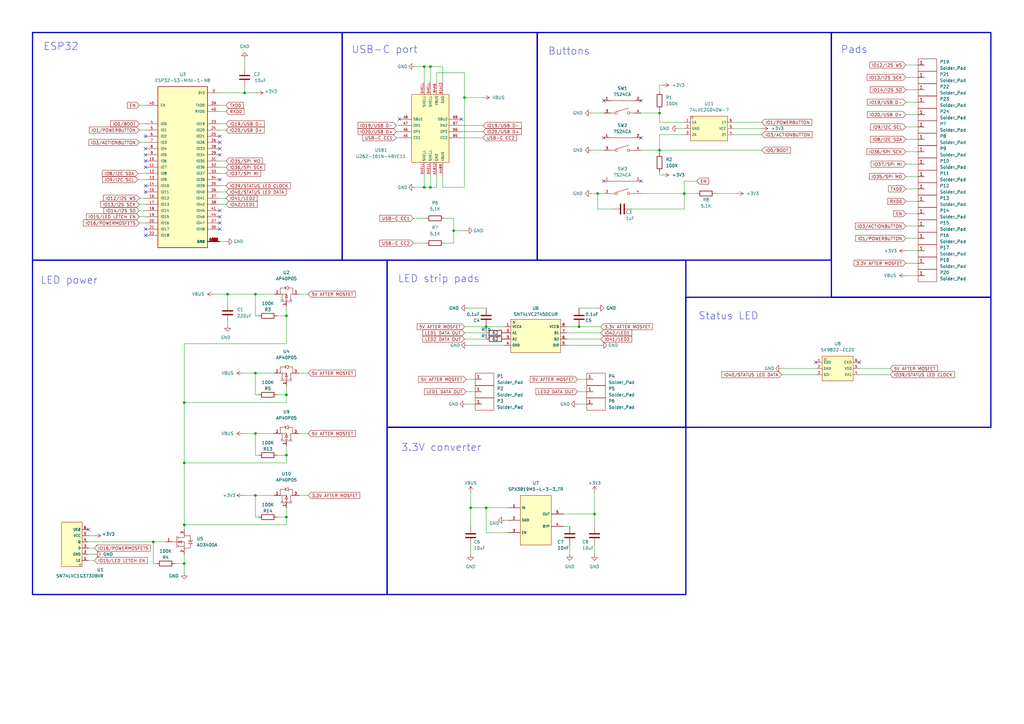
<source format=kicad_sch>
(kicad_sch (version 20230121) (generator eeschema)
  (paper "A3")
  (junction (at 93.345 120.65))
  (junction (at 75.565 231.14))
  (junction (at 104.775 177.8))
  (junction (at 237.49 133.985))
  (junction (at 104.775 203.2))
  (junction (at 173.99 76.835))
  (junction (at 75.565 189.865))
  (junction (at 117.475 129.54))
  (junction (at 193.04 208.28))
  (junction (at 173.99 27.305))
  (junction (at 199.39 133.985))
  (junction (at 280.67 79.375))
  (junction (at 75.565 215.265))
  (junction (at 117.475 212.09))
  (junction (at 243.84 210.82))
  (junction (at 176.53 27.305))
  (junction (at 117.475 186.69))
  (junction (at 176.53 76.835))
  (junction (at 75.565 165.1))
  (junction (at 270.51 46.355))
  (junction (at 245.11 79.375))
  (junction (at 117.475 161.925))
  (junction (at 104.775 120.65))
  (junction (at 270.51 61.595))
  (junction (at 100.33 38.1))
  (junction (at 62.865 222.25))
  (junction (at 190.5 40.005))
  (junction (at 199.39 208.28))
  (junction (at 104.775 153.035))
  (junction (at 186.055 94.615))
  (no_connect (at 189.23 48.895))
  (no_connect (at 247.65 56.515))
  (no_connect (at 247.65 41.275))
  (no_connect (at 90.17 86.36))
  (no_connect (at 90.17 60.96))
  (no_connect (at 36.195 217.17))
  (no_connect (at 59.69 93.98))
  (no_connect (at 262.89 56.515))
  (no_connect (at 59.69 78.74))
  (no_connect (at 90.17 58.42))
  (no_connect (at 90.17 63.5))
  (no_connect (at 334.645 148.59))
  (no_connect (at 59.69 55.88))
  (no_connect (at 262.89 41.275))
  (no_connect (at 90.17 88.9))
  (no_connect (at 59.69 76.2))
  (no_connect (at 59.69 60.96))
  (no_connect (at 59.69 96.52))
  (no_connect (at 59.69 63.5))
  (no_connect (at 59.69 68.58))
  (no_connect (at 90.17 93.98))
  (no_connect (at 352.425 148.59))
  (no_connect (at 90.17 55.88))
  (no_connect (at 90.17 73.66))
  (no_connect (at 247.65 74.295))
  (no_connect (at 59.69 66.04))
  (no_connect (at 90.17 91.44))
  (no_connect (at 262.89 74.295))
  (no_connect (at 163.83 48.895))
  (wire (pts (xy 57.15 88.9) (xy 59.69 88.9)))
  (wire (pts (xy 106.045 161.925) (xy 104.775 161.925)))
  (wire (pts (xy 237.49 126.365) (xy 245.11 126.365)))
  (wire (pts (xy 179.07 76.835) (xy 176.53 76.835)))
  (wire (pts (xy 236.855 165.735) (xy 240.665 165.735)))
  (wire (pts (xy 117.475 215.265) (xy 75.565 215.265)))
  (wire (pts (xy 90.17 68.58) (xy 92.71 68.58)))
  (wire (pts (xy 193.04 201.93) (xy 193.04 208.28)))
  (wire (pts (xy 104.775 203.2) (xy 112.395 203.2)))
  (wire (pts (xy 56.515 73.66) (xy 59.69 73.66)))
  (wire (pts (xy 243.84 223.52) (xy 243.84 227.33)))
  (wire (pts (xy 181.61 71.755) (xy 181.61 76.835)))
  (wire (pts (xy 231.14 210.82) (xy 243.84 210.82)))
  (wire (pts (xy 189.23 53.975) (xy 198.12 53.975)))
  (wire (pts (xy 232.41 141.605) (xy 246.38 141.605)))
  (wire (pts (xy 199.39 133.985) (xy 207.01 133.985)))
  (wire (pts (xy 189.23 51.435) (xy 198.12 51.435)))
  (wire (pts (xy 75.565 189.865) (xy 75.565 215.265)))
  (wire (pts (xy 245.11 79.375) (xy 247.65 79.375)))
  (wire (pts (xy 90.17 53.34) (xy 92.71 53.34)))
  (wire (pts (xy 186.055 94.615) (xy 191.135 94.615)))
  (wire (pts (xy 104.775 177.8) (xy 112.395 177.8)))
  (wire (pts (xy 90.17 76.2) (xy 92.71 76.2)))
  (wire (pts (xy 371.475 41.91) (xy 376.555 41.91)))
  (wire (pts (xy 181.61 76.835) (xy 190.5 76.835)))
  (wire (pts (xy 90.17 81.28) (xy 92.71 81.28)))
  (wire (pts (xy 75.565 215.265) (xy 75.565 217.17)))
  (wire (pts (xy 300.99 55.245) (xy 312.42 55.245)))
  (wire (pts (xy 190.5 40.005) (xy 190.5 76.835)))
  (wire (pts (xy 371.475 72.39) (xy 376.555 72.39)))
  (wire (pts (xy 104.775 129.54) (xy 104.775 120.65)))
  (wire (pts (xy 179.07 29.845) (xy 190.5 29.845)))
  (wire (pts (xy 352.425 153.67) (xy 365.125 153.67)))
  (wire (pts (xy 270.51 55.245) (xy 280.67 55.245)))
  (wire (pts (xy 99.695 153.035) (xy 104.775 153.035)))
  (wire (pts (xy 371.475 87.63) (xy 376.555 87.63)))
  (wire (pts (xy 106.045 129.54) (xy 104.775 129.54)))
  (wire (pts (xy 90.17 66.04) (xy 92.71 66.04)))
  (wire (pts (xy 371.475 57.15) (xy 376.555 57.15)))
  (wire (pts (xy 270.51 71.755) (xy 270.51 70.485)))
  (wire (pts (xy 99.695 177.8) (xy 104.775 177.8)))
  (wire (pts (xy 271.78 71.755) (xy 270.51 71.755)))
  (wire (pts (xy 186.055 89.535) (xy 186.055 94.615)))
  (wire (pts (xy 232.41 133.985) (xy 237.49 133.985)))
  (wire (pts (xy 208.28 218.44) (xy 199.39 218.44)))
  (wire (pts (xy 122.555 177.8) (xy 126.365 177.8)))
  (wire (pts (xy 90.17 71.12) (xy 92.71 71.12)))
  (wire (pts (xy 190.5 29.845) (xy 190.5 40.005)))
  (wire (pts (xy 122.555 120.65) (xy 126.365 120.65)))
  (wire (pts (xy 245.11 85.725) (xy 245.11 79.375)))
  (wire (pts (xy 243.84 201.93) (xy 243.84 210.82)))
  (wire (pts (xy 176.53 71.755) (xy 176.53 76.835)))
  (wire (pts (xy 190.5 139.065) (xy 199.39 139.065)))
  (wire (pts (xy 92.71 99.06) (xy 90.17 99.06)))
  (wire (pts (xy 57.15 43.18) (xy 59.69 43.18)))
  (wire (pts (xy 190.5 133.985) (xy 199.39 133.985)))
  (wire (pts (xy 270.51 61.595) (xy 312.42 61.595)))
  (wire (pts (xy 104.775 120.65) (xy 112.395 120.65)))
  (wire (pts (xy 38.735 227.33) (xy 36.195 227.33)))
  (wire (pts (xy 56.515 71.12) (xy 59.69 71.12)))
  (wire (pts (xy 176.53 27.305) (xy 173.99 27.305)))
  (wire (pts (xy 90.17 50.8) (xy 92.71 50.8)))
  (wire (pts (xy 100.33 24.13) (xy 100.33 27.94)))
  (wire (pts (xy 232.41 139.065) (xy 246.38 139.065)))
  (wire (pts (xy 193.04 208.28) (xy 199.39 208.28)))
  (wire (pts (xy 117.475 140.97) (xy 75.565 140.97)))
  (wire (pts (xy 181.61 33.655) (xy 181.61 27.305)))
  (wire (pts (xy 90.17 78.74) (xy 92.71 78.74)))
  (wire (pts (xy 285.75 79.375) (xy 280.67 79.375)))
  (wire (pts (xy 106.045 212.09) (xy 104.775 212.09)))
  (wire (pts (xy 231.14 215.9) (xy 233.68 215.9)))
  (wire (pts (xy 104.775 186.69) (xy 104.775 177.8)))
  (wire (pts (xy 320.675 153.67) (xy 334.645 153.67)))
  (wire (pts (xy 117.475 165.1) (xy 75.565 165.1)))
  (wire (pts (xy 371.475 31.75) (xy 376.555 31.75)))
  (wire (pts (xy 173.99 71.755) (xy 173.99 76.835)))
  (wire (pts (xy 233.68 223.52) (xy 233.68 227.33)))
  (wire (pts (xy 270.51 34.925) (xy 271.78 34.925)))
  (wire (pts (xy 122.555 153.035) (xy 126.365 153.035)))
  (wire (pts (xy 371.475 77.47) (xy 376.555 77.47)))
  (wire (pts (xy 270.51 37.465) (xy 270.51 34.925)))
  (wire (pts (xy 64.135 231.14) (xy 62.865 231.14)))
  (wire (pts (xy 191.135 165.735) (xy 194.945 165.735)))
  (wire (pts (xy 93.345 132.08) (xy 93.345 133.35)))
  (wire (pts (xy 371.475 36.83) (xy 376.555 36.83)))
  (wire (pts (xy 371.475 97.79) (xy 376.555 97.79)))
  (wire (pts (xy 236.855 160.655) (xy 240.665 160.655)))
  (wire (pts (xy 293.37 79.375) (xy 302.26 79.375)))
  (wire (pts (xy 182.245 99.695) (xy 186.055 99.695)))
  (wire (pts (xy 38.735 219.71) (xy 36.195 219.71)))
  (wire (pts (xy 262.89 61.595) (xy 270.51 61.595)))
  (wire (pts (xy 113.665 161.925) (xy 117.475 161.925)))
  (wire (pts (xy 181.61 27.305) (xy 176.53 27.305)))
  (wire (pts (xy 117.475 208.28) (xy 117.475 212.09)))
  (wire (pts (xy 117.475 186.69) (xy 117.475 189.865)))
  (wire (pts (xy 179.07 33.655) (xy 179.07 29.845)))
  (wire (pts (xy 57.15 81.28) (xy 59.69 81.28)))
  (wire (pts (xy 57.15 53.34) (xy 59.69 53.34)))
  (wire (pts (xy 182.245 89.535) (xy 186.055 89.535)))
  (wire (pts (xy 93.345 120.65) (xy 104.775 120.65)))
  (wire (pts (xy 262.89 79.375) (xy 280.67 79.375)))
  (wire (pts (xy 371.475 82.55) (xy 376.555 82.55)))
  (wire (pts (xy 190.5 40.005) (xy 198.12 40.005)))
  (wire (pts (xy 57.15 83.82) (xy 59.69 83.82)))
  (wire (pts (xy 92.71 45.72) (xy 90.17 45.72)))
  (wire (pts (xy 117.475 129.54) (xy 117.475 140.97)))
  (wire (pts (xy 371.475 62.23) (xy 376.555 62.23)))
  (wire (pts (xy 57.15 91.44) (xy 59.69 91.44)))
  (wire (pts (xy 38.735 229.87) (xy 36.195 229.87)))
  (wire (pts (xy 176.53 76.835) (xy 173.99 76.835)))
  (wire (pts (xy 99.695 203.2) (xy 104.775 203.2)))
  (wire (pts (xy 173.99 76.835) (xy 170.18 76.835)))
  (wire (pts (xy 300.99 52.705) (xy 312.42 52.705)))
  (wire (pts (xy 251.46 85.725) (xy 245.11 85.725)))
  (wire (pts (xy 170.18 27.305) (xy 173.99 27.305)))
  (wire (pts (xy 199.39 218.44) (xy 199.39 208.28)))
  (wire (pts (xy 280.67 79.375) (xy 280.67 74.295)))
  (wire (pts (xy 371.475 102.87) (xy 376.555 102.87)))
  (wire (pts (xy 100.33 35.56) (xy 100.33 38.1)))
  (wire (pts (xy 162.56 53.975) (xy 163.83 53.975)))
  (wire (pts (xy 169.545 99.695) (xy 174.625 99.695)))
  (wire (pts (xy 270.51 46.355) (xy 270.51 50.165)))
  (wire (pts (xy 75.565 165.1) (xy 75.565 189.865)))
  (wire (pts (xy 232.41 136.525) (xy 246.38 136.525)))
  (wire (pts (xy 169.545 89.535) (xy 174.625 89.535)))
  (wire (pts (xy 105.41 38.1) (xy 100.33 38.1)))
  (wire (pts (xy 75.565 227.33) (xy 75.565 231.14)))
  (wire (pts (xy 236.855 155.575) (xy 240.665 155.575)))
  (wire (pts (xy 199.39 208.28) (xy 208.28 208.28)))
  (wire (pts (xy 300.99 50.165) (xy 312.42 50.165)))
  (wire (pts (xy 104.775 161.925) (xy 104.775 153.035)))
  (wire (pts (xy 280.67 74.295) (xy 285.75 74.295)))
  (wire (pts (xy 117.475 125.73) (xy 117.475 129.54)))
  (wire (pts (xy 117.475 161.925) (xy 117.475 165.1)))
  (wire (pts (xy 199.39 126.365) (xy 191.77 126.365)))
  (wire (pts (xy 62.865 222.25) (xy 67.945 222.25)))
  (wire (pts (xy 75.565 140.97) (xy 75.565 165.1)))
  (wire (pts (xy 90.17 83.82) (xy 92.71 83.82)))
  (wire (pts (xy 87.63 120.65) (xy 93.345 120.65)))
  (wire (pts (xy 36.195 222.25) (xy 62.865 222.25)))
  (wire (pts (xy 163.83 56.515) (xy 162.56 56.515)))
  (wire (pts (xy 270.51 61.595) (xy 270.51 55.245)))
  (wire (pts (xy 371.475 46.99) (xy 376.555 46.99)))
  (wire (pts (xy 113.665 129.54) (xy 117.475 129.54)))
  (wire (pts (xy 57.15 58.42) (xy 59.69 58.42)))
  (wire (pts (xy 62.865 231.14) (xy 62.865 222.25)))
  (wire (pts (xy 371.475 113.03) (xy 376.555 113.03)))
  (wire (pts (xy 259.08 85.725) (xy 280.67 85.725)))
  (wire (pts (xy 57.15 86.36) (xy 59.69 86.36)))
  (wire (pts (xy 242.57 61.595) (xy 247.65 61.595)))
  (wire (pts (xy 113.665 212.09) (xy 117.475 212.09)))
  (wire (pts (xy 75.565 231.14) (xy 75.565 234.95)))
  (wire (pts (xy 191.77 141.605) (xy 207.01 141.605)))
  (wire (pts (xy 242.57 79.375) (xy 245.11 79.375)))
  (wire (pts (xy 113.665 186.69) (xy 117.475 186.69)))
  (wire (pts (xy 371.475 107.95) (xy 376.555 107.95)))
  (wire (pts (xy 176.53 33.655) (xy 176.53 27.305)))
  (wire (pts (xy 106.045 186.69) (xy 104.775 186.69)))
  (wire (pts (xy 189.23 56.515) (xy 198.12 56.515)))
  (wire (pts (xy 243.84 210.82) (xy 243.84 215.9)))
  (wire (pts (xy 191.135 155.575) (xy 194.945 155.575)))
  (wire (pts (xy 262.89 46.355) (xy 270.51 46.355)))
  (wire (pts (xy 38.735 224.79) (xy 36.195 224.79)))
  (wire (pts (xy 371.475 52.07) (xy 376.555 52.07)))
  (wire (pts (xy 207.01 213.36) (xy 208.28 213.36)))
  (wire (pts (xy 280.67 79.375) (xy 280.67 85.725)))
  (wire (pts (xy 93.345 120.65) (xy 93.345 124.46)))
  (wire (pts (xy 190.5 136.525) (xy 199.39 136.525)))
  (wire (pts (xy 270.51 50.165) (xy 280.67 50.165)))
  (wire (pts (xy 371.475 67.31) (xy 376.555 67.31)))
  (wire (pts (xy 270.51 61.595) (xy 270.51 62.865)))
  (wire (pts (xy 191.135 160.655) (xy 194.945 160.655)))
  (wire (pts (xy 117.475 212.09) (xy 117.475 215.265)))
  (wire (pts (xy 57.15 50.8) (xy 59.69 50.8)))
  (wire (pts (xy 186.055 94.615) (xy 186.055 99.695)))
  (wire (pts (xy 352.425 151.13) (xy 365.125 151.13)))
  (wire (pts (xy 117.475 189.865) (xy 75.565 189.865)))
  (wire (pts (xy 179.07 71.755) (xy 179.07 76.835)))
  (wire (pts (xy 71.755 231.14) (xy 75.565 231.14)))
  (wire (pts (xy 162.56 51.435) (xy 163.83 51.435)))
  (wire (pts (xy 117.475 182.88) (xy 117.475 186.69)))
  (wire (pts (xy 237.49 133.985) (xy 246.38 133.985)))
  (wire (pts (xy 92.71 43.18) (xy 90.17 43.18)))
  (wire (pts (xy 193.04 215.9) (xy 193.04 208.28)))
  (wire (pts (xy 104.775 212.09) (xy 104.775 203.2)))
  (wire (pts (xy 122.555 203.2) (xy 126.365 203.2)))
  (wire (pts (xy 371.475 92.71) (xy 376.555 92.71)))
  (wire (pts (xy 278.13 52.705) (xy 280.67 52.705)))
  (wire (pts (xy 90.17 38.1) (xy 100.33 38.1)))
  (wire (pts (xy 117.475 158.115) (xy 117.475 161.925)))
  (wire (pts (xy 270.51 45.085) (xy 270.51 46.355)))
  (wire (pts (xy 242.57 46.355) (xy 247.65 46.355)))
  (wire (pts (xy 320.675 151.13) (xy 334.645 151.13)))
  (wire (pts (xy 173.99 27.305) (xy 173.99 33.655)))
  (wire (pts (xy 104.775 153.035) (xy 112.395 153.035)))
  (wire (pts (xy 371.475 26.67) (xy 376.555 26.67)))
  (wire (pts (xy 193.04 223.52) (xy 193.04 227.33)))
  (rectangle (start 13.335 13.335) (end 140.335 106.68) (stroke (width 0.5)))
  (rectangle (start 158.75 106.68) (end 281.305 175.26) (stroke (width 0.5)))
  (rectangle (start 13.335 106.68) (end 158.75 243.84) (stroke (width 0.5)))
  (rectangle (start 340.995 13.335) (end 406.4 121.92) (stroke (width 0.5)))
  (rectangle (start 140.335 13.335) (end 220.345 106.68) (stroke (width 0.5)))
  (rectangle (start 158.75 175.26) (end 281.305 243.84) (stroke (width 0.5)))
  (rectangle (start 281.305 121.92) (end 406.4 175.26) (stroke (width 0.5)))
  (rectangle (start 220.345 13.335) (end 340.995 106.68) (stroke (width 0.5)))
  (text "Pads" (at 344.805 22.225 0) (effects (font (size 3 3)) (justify left bottom)))
  (text "LED strip pads" (at 163.195 116.205 0) (effects (font (size 3 3)) (justify left bottom)))
  (text "Buttons" (at 224.79 22.86 0) (effects (font (size 3 3)) (justify left bottom)))
  (text "3.3V converter" (at 164.465 185.42 0) (effects (font (size 3 3)) (justify left bottom)))
  (text "Status LED" (at 286.385 131.445 0) (effects (font (size 3 3)) (justify left bottom)))
  (text "ESP32" (at 17.78 20.955 0) (effects (font (size 3 3)) (justify left bottom)))
  (text "LED power" (at 16.51 116.84 0) (effects (font (size 3 3)) (justify left bottom)))
  (text "USB-C port" (at 144.145 22.225 0) (effects (font (size 3 3)) (justify left bottom)))
  (global_label "5V AFTER MOSFET" (shape input) (at 236.855 155.575 180) (property "Intersheetrefs" "${INTERSHEET_REFS}" (effects hide)))
  (global_label "IO37{slash}SPI MI" (shape input) (at 371.475 67.31 180) (property "Intersheetrefs" "${INTERSHEET_REFS}" (effects hide)))
  (global_label "IO35{slash}SPI MO" (shape input) (at 92.71 66.04 0) (property "Intersheetrefs" "${INTERSHEET_REFS}" (effects hide)))
  (global_label "IO15{slash}LED LETCH EN" (shape input) (at 38.735 229.87 0) (property "Intersheetrefs" "${INTERSHEET_REFS}" (effects hide)))
  (global_label "IO36{slash}SPI SCK" (shape input) (at 371.475 62.23 180) (property "Intersheetrefs" "${INTERSHEET_REFS}" (effects hide)))
  (global_label "IO14{slash}I2S SD" (shape input) (at 57.15 86.36 180) (property "Intersheetrefs" "${INTERSHEET_REFS}" (effects hide)))
  (global_label "IO36{slash}SPI SCK" (shape input) (at 92.71 68.58 0) (property "Intersheetrefs" "${INTERSHEET_REFS}" (effects hide)))
  (global_label "TXD0" (shape input) (at 92.71 43.18 0) (property "Intersheetrefs" "${INTERSHEET_REFS}" (effects hide)))
  (global_label "IO13{slash}I2S SCK" (shape input) (at 57.15 83.82 180) (property "Intersheetrefs" "${INTERSHEET_REFS}" (effects hide)))
  (global_label "IO1{slash}POWERBUTTON" (shape input) (at 371.475 97.79 180) (property "Intersheetrefs" "${INTERSHEET_REFS}" (effects hide)))
  (global_label "EN" (shape input) (at 57.15 43.18 180) (property "Intersheetrefs" "${INTERSHEET_REFS}" (effects hide)))
  (global_label "IO12{slash}I2S WS" (shape input) (at 371.475 26.67 180) (property "Intersheetrefs" "${INTERSHEET_REFS}" (effects hide)))
  (global_label "IO1{slash}POWERBUTTON" (shape input) (at 57.15 53.34 180) (property "Intersheetrefs" "${INTERSHEET_REFS}" (effects hide)))
  (global_label "IO40{slash}STATUS LED DATA" (shape input) (at 320.675 153.67 180) (property "Intersheetrefs" "${INTERSHEET_REFS}" (effects hide)))
  (global_label "IO3{slash}ACTIONBUTTON" (shape input) (at 371.475 92.71 180) (property "Intersheetrefs" "${INTERSHEET_REFS}" (effects hide)))
  (global_label "USB-C CC1" (shape input) (at 169.545 89.535 180) (property "Intersheetrefs" "${INTERSHEET_REFS}" (effects hide)))
  (global_label "IO8{slash}I2C SDA" (shape input) (at 371.475 57.15 180) (property "Intersheetrefs" "${INTERSHEET_REFS}" (effects hide)))
  (global_label "IO41{slash}LED2" (shape input) (at 92.71 81.28 0) (property "Intersheetrefs" "${INTERSHEET_REFS}" (effects hide)))
  (global_label "IO20{slash}USB D+" (shape input) (at 198.12 53.975 0) (property "Intersheetrefs" "${INTERSHEET_REFS}" (effects hide)))
  (global_label "IO3{slash}ACTIONBUTTON" (shape input) (at 312.42 55.245 0) (property "Intersheetrefs" "${INTERSHEET_REFS}" (effects hide)))
  (global_label "EN" (shape input) (at 285.75 74.295 0) (property "Intersheetrefs" "${INTERSHEET_REFS}" (effects hide)))
  (global_label "TXD0" (shape input) (at 371.475 77.47 180) (property "Intersheetrefs" "${INTERSHEET_REFS}" (effects hide)))
  (global_label "IO9{slash}I2C SCL" (shape input) (at 371.475 52.07 180) (property "Intersheetrefs" "${INTERSHEET_REFS}" (effects hide)))
  (global_label "LED2 DATA OUT" (shape input) (at 190.5 139.065 180) (property "Intersheetrefs" "${INTERSHEET_REFS}" (effects hide)))
  (global_label "IO19{slash}USB D-" (shape input) (at 92.71 50.8 0) (property "Intersheetrefs" "${INTERSHEET_REFS}" (effects hide)))
  (global_label "IO12{slash}I2S WS" (shape input) (at 57.15 81.28 180) (property "Intersheetrefs" "${INTERSHEET_REFS}" (effects hide)))
  (global_label "EN" (shape input) (at 371.475 87.63 180) (property "Intersheetrefs" "${INTERSHEET_REFS}" (effects hide)))
  (global_label "IO13{slash}I2S SCK" (shape input) (at 371.475 31.75 180) (property "Intersheetrefs" "${INTERSHEET_REFS}" (effects hide)))
  (global_label "IO1{slash}POWERBUTTON" (shape input) (at 312.42 50.165 0) (property "Intersheetrefs" "${INTERSHEET_REFS}" (effects hide)))
  (global_label "IO42{slash}LED1" (shape input) (at 246.38 136.525 0) (property "Intersheetrefs" "${INTERSHEET_REFS}" (effects hide)))
  (global_label "5V AFTER MOSFET" (shape input) (at 191.135 155.575 180) (property "Intersheetrefs" "${INTERSHEET_REFS}" (effects hide)))
  (global_label "USB-C CC2" (shape input) (at 198.12 56.515 0) (property "Intersheetrefs" "${INTERSHEET_REFS}" (effects hide)))
  (global_label "USB-C CC1" (shape input) (at 162.56 56.515 180) (property "Intersheetrefs" "${INTERSHEET_REFS}" (effects hide)))
  (global_label "IO14{slash}I2S SD" (shape input) (at 371.475 36.83 180) (property "Intersheetrefs" "${INTERSHEET_REFS}" (effects hide)))
  (global_label "IO39{slash}STATUS LED CLOCK" (shape input) (at 92.71 76.2 0) (property "Intersheetrefs" "${INTERSHEET_REFS}" (effects hide)))
  (global_label "IO8{slash}I2C SDA" (shape input) (at 56.515 71.12 180) (property "Intersheetrefs" "${INTERSHEET_REFS}" (effects hide)))
  (global_label "5V AFTER MOSFET" (shape input) (at 365.125 151.13 0) (property "Intersheetrefs" "${INTERSHEET_REFS}" (effects hide)))
  (global_label "IO41{slash}LED2" (shape input) (at 246.38 139.065 0) (property "Intersheetrefs" "${INTERSHEET_REFS}" (effects hide)))
  (global_label "5V AFTER MOSFET" (shape input) (at 126.365 153.035 0) (property "Intersheetrefs" "${INTERSHEET_REFS}" (effects hide)))
  (global_label "5V AFTER MOSFET" (shape input) (at 126.365 120.65 0) (property "Intersheetrefs" "${INTERSHEET_REFS}" (effects hide)))
  (global_label "IO19{slash}USB D-" (shape input) (at 162.56 51.435 180) (property "Intersheetrefs" "${INTERSHEET_REFS}" (effects hide)))
  (global_label "3.3V AFTER MOSFET" (shape input) (at 126.365 203.2 0) (property "Intersheetrefs" "${INTERSHEET_REFS}" (effects hide)))
  (global_label "IO20{slash}USB D+" (shape input) (at 92.71 53.34 0) (property "Intersheetrefs" "${INTERSHEET_REFS}" (effects hide)))
  (global_label "USB-C CC2" (shape input) (at 169.545 99.695 180) (property "Intersheetrefs" "${INTERSHEET_REFS}" (effects hide)))
  (global_label "IO42{slash}LED1" (shape input) (at 92.71 83.82 0) (property "Intersheetrefs" "${INTERSHEET_REFS}" (effects hide)))
  (global_label "IO19{slash}USB D-" (shape input) (at 198.12 51.435 0) (property "Intersheetrefs" "${INTERSHEET_REFS}" (effects hide)))
  (global_label "RXD0" (shape input) (at 92.71 45.72 0) (property "Intersheetrefs" "${INTERSHEET_REFS}" (effects hide)))
  (global_label "IO37{slash}SPI MI" (shape input) (at 92.71 71.12 0) (property "Intersheetrefs" "${INTERSHEET_REFS}" (effects hide)))
  (global_label "IO35{slash}SPI MO" (shape input) (at 371.475 72.39 180) (property "Intersheetrefs" "${INTERSHEET_REFS}" (effects hide)))
  (global_label "3.3V AFTER MOSFET" (shape input) (at 246.38 133.985 0) (property "Intersheetrefs" "${INTERSHEET_REFS}" (effects hide)))
  (global_label "LED2 DATA OUT" (shape input) (at 236.855 160.655 180) (property "Intersheetrefs" "${INTERSHEET_REFS}" (effects hide)))
  (global_label "3.3V AFTER MOSFET" (shape input) (at 371.475 107.95 180) (property "Intersheetrefs" "${INTERSHEET_REFS}" (effects hide)))
  (global_label "5V AFTER MOSFET" (shape input) (at 190.5 133.985 180) (property "Intersheetrefs" "${INTERSHEET_REFS}" (effects hide)))
  (global_label "5V AFTER MOSFET" (shape input) (at 126.365 177.8 0) (property "Intersheetrefs" "${INTERSHEET_REFS}" (effects hide)))
  (global_label "LED1 DATA OUT" (shape input) (at 190.5 136.525 180) (property "Intersheetrefs" "${INTERSHEET_REFS}" (effects hide)))
  (global_label "IO16{slash}POWERMOSFETS" (shape input) (at 38.735 224.79 0) (property "Intersheetrefs" "${INTERSHEET_REFS}" (effects hide)))
  (global_label "IO9{slash}I2C SCL" (shape input) (at 56.515 73.66 180) (property "Intersheetrefs" "${INTERSHEET_REFS}" (effects hide)))
  (global_label "IO0{slash}BOOT" (shape input) (at 312.42 61.595 0) (property "Intersheetrefs" "${INTERSHEET_REFS}" (effects hide)))
  (global_label "IO39{slash}STATUS LED CLOCK" (shape input) (at 365.125 153.67 0) (property "Intersheetrefs" "${INTERSHEET_REFS}" (effects hide)))
  (global_label "IO19{slash}USB D-" (shape input) (at 371.475 41.91 180) (property "Intersheetrefs" "${INTERSHEET_REFS}" (effects hide)))
  (global_label "IO0{slash}BOOT" (shape input) (at 57.15 50.8 180) (property "Intersheetrefs" "${INTERSHEET_REFS}" (effects hide)))
  (global_label "RXD0" (shape input) (at 371.475 82.55 180) (property "Intersheetrefs" "${INTERSHEET_REFS}" (effects hide)))
  (global_label "IO3{slash}ACTIONBUTTON" (shape input) (at 57.15 58.42 180) (property "Intersheetrefs" "${INTERSHEET_REFS}" (effects hide)))
  (global_label "IO40{slash}STATUS LED DATA" (shape input) (at 92.71 78.74 0) (property "Intersheetrefs" "${INTERSHEET_REFS}" (effects hide)))
  (global_label "IO20{slash}USB D+" (shape input) (at 371.475 46.99 180) (property "Intersheetrefs" "${INTERSHEET_REFS}" (effects hide)))
  (global_label "IO15{slash}LED LETCH EN" (shape input) (at 57.15 88.9 180) (property "Intersheetrefs" "${INTERSHEET_REFS}" (effects hide)))
  (global_label "IO20{slash}USB D+" (shape input) (at 162.56 53.975 180) (property "Intersheetrefs" "${INTERSHEET_REFS}" (effects hide)))
  (global_label "LED1 DATA OUT" (shape input) (at 191.135 160.655 180) (property "Intersheetrefs" "${INTERSHEET_REFS}" (effects hide)))
  (global_label "IO16{slash}POWERMOSFETS" (shape input) (at 57.15 91.44 180) (property "Intersheetrefs" "${INTERSHEET_REFS}" (effects hide)))
  (symbol (lib_id "MyParts:Solder_Pad") (at 376.555 31.75 0) (unit 1)
    (property "Reference" "P21" (at 385.445 30.4799 0) (effects (justify left)))
    (property "Value" "Solder_Pad" (at 385.445 33.0199 0) (effects (justify left)))
    (property "Footprint" "footprint:Solder pad" (effects hide))
  )
  (symbol (lib_id "MyParts:AP40P05") (at 118.745 177.8 270) (mirror x) (unit 1)
    (property "Reference" "U9" (at 117.475 168.91 90))
    (property "Value" "AP40P05" (at 117.475 171.45 90))
    (property "Footprint" "footprint:SOT-23-3_L2.9-W1.3-P1.90-LS2.4-BR" (effects hide))
    (property "Datasheet" "https://www.diodes.com/assets/Package-Files/SOT23.pdf" (effects hide))
    (property "LCSC #" "C2886385" (effects hide))
  )
  (symbol (lib_id "MyParts:Solder_Pad") (at 376.555 87.63 0) (unit 1)
    (property "Reference" "P14" (at 385.445 86.3599 0) (effects (justify left)))
    (property "Value" "Solder_Pad" (at 385.445 88.8999 0) (effects (justify left)))
    (property "Footprint" "footprint:Solder pad" (effects hide))
  )
  (symbol (lib_name "TS24CA_1") (lib_id "MyParts:TS24CA") (at 255.27 64.135 0) (unit 1)
    (property "Reference" "SW3" (at 255.27 69.215 0))
    (property "Value" "TS24CA" (at 255.27 71.755 0))
    (property "Footprint" "footprint:SW-SMD_TS24CA" (effects hide))
    (property "Datasheet" "https://item.szlcsc.com/372554.html" (effects hide))
    (property "LCSC" "C393942" (effects hide))
  )
  (symbol (lib_id "MyParts:Solder_Pad") (at 194.945 165.735 0) (unit 1)
    (property "Reference" "P3" (at 203.835 164.4649 0) (effects (justify left)))
    (property "Value" "Solder_Pad" (at 203.835 167.0049 0) (effects (justify left)))
    (property "Footprint" "footprint:Solder pad" (effects hide))
  )
  (symbol (lib_id "power:GND") (at 92.71 99.06 90) (unit 1)
    (property "Reference" "#PWR0104" (effects hide))
    (property "Value" "GND" (at 97.79 99.06 90))
  )
  (symbol (lib_id "MyParts:Solder_Pad") (at 376.555 67.31 0) (unit 1)
    (property "Reference" "P10" (at 385.445 66.0399 0) (effects (justify left)))
    (property "Value" "Solder_Pad" (at 385.445 68.5799 0) (effects (justify left)))
    (property "Footprint" "footprint:Solder pad" (effects hide))
  )
  (symbol (lib_id "power:GND") (at 191.135 94.615 90) (unit 1)
    (property "Reference" "#PWR0117" (effects hide))
    (property "Value" "GND" (at 196.215 94.615 90))
  )
  (symbol (lib_id "MyParts:U262-161N-4BVC11") (at 176.53 53.975 90) (unit 1)
    (property "Reference" "USB1" (at 156.21 61.595 90))
    (property "Value" "U262-161N-4BVC11" (at 156.21 64.135 90))
    (property "Footprint" "footprint:USB-3.1-SMD_U262-161N-4BVC11" (effects hide))
    (property "LCSC #" "C319148" (effects hide))
  )
  (symbol (lib_id "power:GND") (at 207.01 213.36 270) (unit 1)
    (property "Reference" "#PWR0134" (effects hide))
    (property "Value" "GND" (at 200.66 214.63 90) (effects (justify left)))
  )
  (symbol (lib_id "power:GND") (at 242.57 46.355 270) (mirror x) (unit 1)
    (property "Reference" "#PWR03" (effects hide))
    (property "Value" "GND" (at 234.95 46.355 90) (effects (justify left)))
  )
  (symbol (lib_id "Device:10uF 0603") (at 233.68 219.71 180) (unit 1)
    (property "Reference" "C7" (at 228.6 222.25 0) (effects (justify right)))
    (property "Value" "10nF" (at 228.6 224.79 0) (effects (justify right)))
    (property "Footprint" "Capacitor_SMD:C_0402_1005Metric" (effects hide))
    (property "LCSC #" "C15195" (effects hide))
  )
  (symbol (lib_id "MyParts:Solder_Pad") (at 376.555 41.91 0) (unit 1)
    (property "Reference" "P23" (at 385.445 40.6399 0) (effects (justify left)))
    (property "Value" "Solder_Pad" (at 385.445 43.1799 0) (effects (justify left)))
    (property "Footprint" "footprint:Solder pad" (effects hide))
  )
  (symbol (lib_id "MyParts:Solder_Pad") (at 376.555 107.95 0) (unit 1)
    (property "Reference" "P18" (at 385.445 106.6799 0) (effects (justify left)))
    (property "Value" "Solder_Pad" (at 385.445 109.2199 0) (effects (justify left)))
    (property "Footprint" "footprint:Solder pad" (effects hide))
  )
  (symbol (lib_id "power:GND") (at 93.345 133.35 0) (mirror y) (unit 1)
    (property "Reference" "#PWR0107" (effects hide))
    (property "Value" "GND" (at 94.615 138.43 0) (effects (justify left)))
  )
  (symbol (lib_id "power:GND") (at 243.84 227.33 0) (unit 1)
    (property "Reference" "#PWR0128" (effects hide))
    (property "Value" "GND" (at 243.84 232.41 0))
  )
  (symbol (lib_id "Device:C") (at 93.345 128.27 0) (unit 1)
    (property "Reference" "C1" (at 97.155 126.9999 0) (effects (justify left)))
    (property "Value" "220uF" (at 97.155 129.5399 0) (effects (justify left)))
    (property "Footprint" "Capacitor_SMD:C_1206_3216Metric" (effects hide))
    (property "LCSC #" "C412252" (effects hide))
  )
  (symbol (lib_id "power:GND") (at 170.18 76.835 270) (unit 1)
    (property "Reference" "#PWR0101" (effects hide))
    (property "Value" "GND" (at 165.1 76.835 90))
  )
  (symbol (lib_id "power:+3.3V") (at 312.42 52.705 270) (unit 1)
    (property "Reference" "#PWR010" (effects hide))
    (property "Value" "+3.3V" (at 316.23 52.7049 90) (effects (justify left)))
  )
  (symbol (lib_id "MyParts:Solder_Pad") (at 376.555 77.47 0) (unit 1)
    (property "Reference" "P12" (at 385.445 76.1999 0) (effects (justify left)))
    (property "Value" "Solder_Pad" (at 385.445 78.7399 0) (effects (justify left)))
    (property "Footprint" "footprint:Solder pad" (effects hide))
  )
  (symbol (lib_id "Device:R") (at 203.2 136.525 270) (unit 1)
    (property "Reference" "R10" (at 199.39 135.255 90))
    (property "Value" "62" (at 203.2 136.525 90))
    (property "Footprint" "Resistor_SMD:R_0402_1005Metric" (effects hide))
    (property "LCSC #" "C4962" (effects hide))
  )
  (symbol (lib_id "MyParts:Solder_Pad") (at 376.555 92.71 0) (unit 1)
    (property "Reference" "P15" (at 385.445 91.4399 0) (effects (justify left)))
    (property "Value" "Solder_Pad" (at 385.445 93.9799 0) (effects (justify left)))
    (property "Footprint" "footprint:Solder pad" (effects hide))
  )
  (symbol (lib_id "MyParts:Solder_Pad") (at 376.555 26.67 0) (unit 1)
    (property "Reference" "P19" (at 385.445 25.3999 0) (effects (justify left)))
    (property "Value" "Solder_Pad" (at 385.445 27.9399 0) (effects (justify left)))
    (property "Footprint" "footprint:Solder pad" (effects hide))
  )
  (symbol (lib_id "power:VBUS") (at 99.695 153.035 90) (unit 1)
    (property "Reference" "#PWR013" (effects hide))
    (property "Value" "VBUS" (at 95.885 153.0349 90) (effects (justify left)))
  )
  (symbol (lib_id "power:VBUS") (at 371.475 113.03 90) (unit 1)
    (property "Reference" "#PWR015" (effects hide))
    (property "Value" "VBUS" (at 367.665 113.0299 90) (effects (justify left)))
  )
  (symbol (lib_id "MyParts:SN74LVC2T45DCUR") (at 219.71 118.745 0) (unit 1)
    (property "Reference" "U6" (at 219.71 126.365 0))
    (property "Value" "SN74LVC2T45DCUR" (at 219.71 128.905 0))
    (property "Footprint" "footprint:VSSOP-8_L2.4-W2.1-P0.50-LS3.2-BR" (effects hide))
    (property "Datasheet" "https://item.szlcsc.com/61761.html" (effects hide))
    (property "LCSC #" "C15741" (effects hide))
  )
  (symbol (lib_id "Device:10uF 0603") (at 193.04 219.71 180) (unit 1)
    (property "Reference" "C6" (at 194.31 222.25 0) (effects (justify right)))
    (property "Value" "10uF" (at 194.31 224.79 0) (effects (justify right)))
    (property "Footprint" "Capacitor_SMD:C_0603_1608Metric" (effects hide))
    (property "LCSC #" "C96446" (effects hide))
  )
  (symbol (lib_id "Device:10K 0603") (at 67.945 231.14 270) (unit 1)
    (property "Reference" "R4" (at 67.945 228.6 90))
    (property "Value" "100K" (at 67.945 226.06 90))
    (property "Footprint" "Resistor_SMD:R_0402_1005Metric" (effects hide))
    (property "LCSC #" "C25741" (effects hide))
  )
  (symbol (lib_id "power:GND") (at 242.57 79.375 270) (mirror x) (unit 1)
    (property "Reference" "#PWR05" (effects hide))
    (property "Value" "GND" (at 234.95 79.375 90) (effects (justify left)))
  )
  (symbol (lib_id "MyParts:Solder_Pad") (at 194.945 160.655 0) (unit 1)
    (property "Reference" "P2" (at 203.835 159.3849 0) (effects (justify left)))
    (property "Value" "Solder_Pad" (at 203.835 161.9249 0) (effects (justify left)))
    (property "Footprint" "footprint:Solder pad" (effects hide))
  )
  (symbol (lib_id "power:GND") (at 236.855 165.735 270) (mirror x) (unit 1)
    (property "Reference" "#PWR01" (effects hide))
    (property "Value" "GND" (at 231.775 165.735 90))
  )
  (symbol (lib_id "MyParts:AP40P05") (at 118.745 153.035 270) (mirror x) (unit 1)
    (property "Reference" "U4" (at 117.475 144.145 90))
    (property "Value" "AP40P05" (at 117.475 146.685 90))
    (property "Footprint" "footprint:SOT-23-3_L2.9-W1.3-P1.90-LS2.4-BR" (effects hide))
    (property "Datasheet" "https://www.diodes.com/assets/Package-Files/SOT23.pdf" (effects hide))
    (property "LCSC #" "C2886385" (effects hide))
  )
  (symbol (lib_id "MyParts:ESP32-S3-MINI-1-N8") (at 74.93 68.58 0) (unit 1)
    (property "Reference" "U3" (at 74.93 30.48 0))
    (property "Value" "ESP32-S3-MINI-1-N8" (at 74.93 33.02 0))
    (property "Footprint" "footprint:ESP32-S3-MINI-1-N8" (effects hide))
    (property "LCSC#" "C2913206" (effects hide))
  )
  (symbol (lib_id "Device:10K 0603") (at 109.855 161.925 270) (unit 1)
    (property "Reference" "R5" (at 109.855 159.385 90))
    (property "Value" "100K" (at 109.855 156.845 90))
    (property "Footprint" "Resistor_SMD:R_0402_1005Metric" (effects hide))
    (property "LCSC #" "C25741" (effects hide))
  )
  (symbol (lib_id "MyParts:74LVC2G04DW-7") (at 290.83 40.005 0) (unit 1)
    (property "Reference" "U11" (at 290.83 42.545 0))
    (property "Value" "74LVC2G04DW-7" (at 290.83 45.085 0))
    (property "Footprint" "footprint:SOT-363_L2.0-W1.3-P0.65-LS2.1-BR" (effects hide))
    (property "Datasheet" "https://item.szlcsc.com/97429.html" (effects hide))
    (property "LCSC" "C69053" (effects hide))
  )
  (symbol (lib_id "MyParts:Solder_Pad") (at 376.555 113.03 0) (unit 1)
    (property "Reference" "P20" (at 385.445 111.7599 0) (effects (justify left)))
    (property "Value" "Solder_Pad" (at 385.445 114.2999 0) (effects (justify left)))
    (property "Footprint" "footprint:Solder pad" (effects hide))
  )
  (symbol (lib_id "power:VBUS") (at 87.63 120.65 90) (unit 1)
    (property "Reference" "#PWR012" (effects hide))
    (property "Value" "VBUS" (at 83.82 120.6499 90) (effects (justify left)))
  )
  (symbol (lib_id "MyParts:AP40P05") (at 118.745 203.2 270) (mirror x) (unit 1)
    (property "Reference" "U10" (at 117.475 194.31 90))
    (property "Value" "AP40P05" (at 117.475 196.85 90))
    (property "Footprint" "footprint:SOT-23-3_L2.9-W1.3-P1.90-LS2.4-BR" (effects hide))
    (property "Datasheet" "https://www.diodes.com/assets/Package-Files/SOT23.pdf" (effects hide))
    (property "LCSC #" "C2886385" (effects hide))
  )
  (symbol (lib_id "MyParts:Solder_Pad") (at 240.665 165.735 0) (unit 1)
    (property "Reference" "P6" (at 249.555 164.4649 0) (effects (justify left)))
    (property "Value" "Solder_Pad" (at 249.555 167.0049 0) (effects (justify left)))
    (property "Footprint" "footprint:Solder pad" (effects hide))
  )
  (symbol (lib_id "MyParts:Solder_Pad") (at 376.555 52.07 0) (unit 1)
    (property "Reference" "P7" (at 385.445 50.7999 0) (effects (justify left)))
    (property "Value" "Solder_Pad" (at 385.445 53.3399 0) (effects (justify left)))
    (property "Footprint" "footprint:Solder pad" (effects hide))
  )
  (symbol (lib_id "power:GND") (at 170.18 27.305 270) (unit 1)
    (property "Reference" "#PWR0105" (effects hide))
    (property "Value" "GND" (at 165.1 27.305 90))
  )
  (symbol (lib_id "power:+3.3V") (at 371.475 102.87 90) (unit 1)
    (property "Reference" "#PWR0119" (effects hide))
    (property "Value" "+3.3V" (at 362.585 102.87 90) (effects (justify right)))
  )
  (symbol (lib_id "MyParts:Solder_Pad") (at 376.555 57.15 0) (unit 1)
    (property "Reference" "P8" (at 385.445 55.8799 0) (effects (justify left)))
    (property "Value" "Solder_Pad" (at 385.445 58.4199 0) (effects (justify left)))
    (property "Footprint" "footprint:Solder pad" (effects hide))
  )
  (symbol (lib_id "Device:10K 0603") (at 109.855 129.54 270) (unit 1)
    (property "Reference" "R3" (at 109.855 127 90))
    (property "Value" "100K" (at 109.855 124.46 90))
    (property "Footprint" "Resistor_SMD:R_0402_1005Metric" (effects hide))
    (property "LCSC #" "C25741" (effects hide))
  )
  (symbol (lib_id "MyParts:SPX3819M5-L-3-3_TR") (at 218.44 198.12 0) (unit 1)
    (property "Reference" "U7" (at 219.71 198.12 0))
    (property "Value" "SPX3819M5-L-3-3_TR" (at 219.71 200.66 0))
    (property "Footprint" "footprint:SOT-23-5_L3.0-W1.7-P0.95-LS2.8-BR" (effects hide))
    (property "Datasheet" "https://item.szlcsc.com/236104.html" (effects hide))
    (property "LCSC #" "C9055" (effects hide))
  )
  (symbol (lib_id "power:GND") (at 320.675 151.13 270) (unit 1)
    (property "Reference" "#PWR0136" (effects hide))
    (property "Value" "GND" (at 315.595 151.13 90))
  )
  (symbol (lib_id "power:+3.3V") (at 243.84 201.93 0) (unit 1)
    (property "Reference" "#PWR0129" (effects hide))
    (property "Value" "+3.3V" (at 243.84 198.12 0))
  )
  (symbol (lib_id "power:GND") (at 193.04 227.33 0) (unit 1)
    (property "Reference" "#PWR0133" (effects hide))
    (property "Value" "GND" (at 193.04 232.41 0))
  )
  (symbol (lib_id "Device:5.1K 1% 0603") (at 178.435 89.535 270) (unit 1)
    (property "Reference" "R6" (at 178.435 83.185 90))
    (property "Value" "5.1K" (at 178.435 85.725 90))
    (property "Footprint" "Resistor_SMD:R_0402_1005Metric" (effects hide))
    (property "Datasheet" "https://datasheet.lcsc.com/lcsc/1912111437_Resistor-Today-HPCR0603F5K10K9_C365193.pdf" (effects hide))
    (property "Description" " ±1% 200mW Thick Film Resistors 50V ±100ppm/℃ -55℃~+125℃ 5.1kΩ 0603 Chip Resistor - Surface Mount ROHS" (effects hide))
    (property "LCSC #" "C25905" (effects hide))
  )
  (symbol (lib_id "MyParts:Solder_Pad") (at 376.555 102.87 0) (unit 1)
    (property "Reference" "P17" (at 385.445 101.5999 0) (effects (justify left)))
    (property "Value" "Solder_Pad" (at 385.445 104.1399 0) (effects (justify left)))
    (property "Footprint" "footprint:Solder pad" (effects hide))
  )
  (symbol (lib_id "power:GND") (at 246.38 141.605 90) (mirror x) (unit 1)
    (property "Reference" "#PWR0135" (effects hide))
    (property "Value" "GND" (at 251.46 141.605 90))
  )
  (symbol (lib_id "power:VBUS") (at 198.12 40.005 270) (unit 1)
    (property "Reference" "#PWR011" (effects hide))
    (property "Value" "VBUS" (at 201.93 40.0049 90) (effects (justify left)))
  )
  (symbol (lib_id "Device:R") (at 270.51 41.275 180) (unit 1)
    (property "Reference" "R1" (at 273.05 40.0049 0) (effects (justify right)))
    (property "Value" "100K" (at 273.05 42.5449 0) (effects (justify right)))
    (property "Footprint" "Resistor_SMD:R_0402_1005Metric" (effects hide))
    (property "LCSC #" "C25741" (effects hide))
  )
  (symbol (lib_id "power:GND") (at 191.77 126.365 270) (mirror x) (unit 1)
    (property "Reference" "#PWR0122" (effects hide))
    (property "Value" "GND" (at 184.15 126.365 90) (effects (justify left)))
  )
  (symbol (lib_id "Device:10uF 0603") (at 255.27 85.725 90) (unit 1)
    (property "Reference" "C3" (at 256.54 86.995 90) (effects (justify right)))
    (property "Value" "1uF" (at 256.54 89.535 90) (effects (justify right)))
    (property "Footprint" "Capacitor_SMD:C_0402_1005Metric" (effects hide))
    (property "LCSC #" "C52923" (effects hide))
  )
  (symbol (lib_id "MyParts:AO3400A") (at 177.165 285.75 0) (unit 1)
    (property "Reference" "U5" (at 80.645 220.9799 0) (effects (justify left)))
    (property "Value" "AO3400A" (at 80.645 223.5199 0) (effects (justify left)))
    (property "Footprint" "footprint:SOT-23-3_L2.9-W1.6-P1.90-LS2.8-BR" (effects hide))
    (property "Datasheet" "https://item.szlcsc.com/14454.html" (effects hide))
    (property "LCSC #" "C20917" (effects hide))
  )
  (symbol (lib_id "MyParts:AP40P05") (at 118.745 120.65 270) (mirror x) (unit 1)
    (property "Reference" "U2" (at 117.475 111.76 90))
    (property "Value" "AP40P05" (at 117.475 114.3 90))
    (property "Footprint" "footprint:SOT-23-3_L2.9-W1.3-P1.90-LS2.4-BR" (effects hide))
    (property "Datasheet" "https://www.diodes.com/assets/Package-Files/SOT23.pdf" (effects hide))
    (property "LCSC #" "C2886385" (effects hide))
  )
  (symbol (lib_id "Device:R") (at 270.51 66.675 180) (unit 1)
    (property "Reference" "R2" (at 273.05 65.4049 0) (effects (justify right)))
    (property "Value" "100K" (at 273.05 67.9449 0) (effects (justify right)))
    (property "Footprint" "Resistor_SMD:R_0402_1005Metric" (effects hide))
    (property "LCSC #" "C25741" (effects hide))
  )
  (symbol (lib_id "Device:10K 0603") (at 109.855 186.69 270) (unit 1)
    (property "Reference" "R13" (at 109.855 184.15 90))
    (property "Value" "100K" (at 109.855 181.61 90))
    (property "Footprint" "Resistor_SMD:R_0402_1005Metric" (effects hide))
    (property "LCSC #" "C25741" (effects hide))
  )
  (symbol (lib_id "Device:10K 0603") (at 109.855 212.09 270) (unit 1)
    (property "Reference" "R14" (at 109.855 209.55 90))
    (property "Value" "100K" (at 109.855 207.01 90))
    (property "Footprint" "Resistor_SMD:R_0402_1005Metric" (effects hide))
    (property "LCSC #" "C25741" (effects hide))
  )
  (symbol (lib_id "MyParts:Solder_Pad") (at 376.555 62.23 0) (unit 1)
    (property "Reference" "P9" (at 385.445 60.9599 0) (effects (justify left)))
    (property "Value" "Solder_Pad" (at 385.445 63.4999 0) (effects (justify left)))
    (property "Footprint" "footprint:Solder pad" (effects hide))
  )
  (symbol (lib_id "power:VBUS") (at 99.695 177.8 90) (unit 1)
    (property "Reference" "#PWR014" (effects hide))
    (property "Value" "VBUS" (at 95.885 177.7999 90) (effects (justify left)))
  )
  (symbol (lib_id "power:GND") (at 100.33 24.13 180) (unit 1)
    (property "Reference" "#PWR0102" (effects hide))
    (property "Value" "GND" (at 100.33 19.05 0))
  )
  (symbol (lib_id "Device:R") (at 203.2 139.065 270) (unit 1)
    (property "Reference" "R11" (at 199.39 137.795 90))
    (property "Value" "62" (at 203.2 139.065 90))
    (property "Footprint" "Resistor_SMD:R_0402_1005Metric" (effects hide))
    (property "LCSC #" "C4962" (effects hide))
  )
  (symbol (lib_id "MyParts:Solder_Pad") (at 240.665 160.655 0) (unit 1)
    (property "Reference" "P5" (at 249.555 159.3849 0) (effects (justify left)))
    (property "Value" "Solder_Pad" (at 249.555 161.9249 0) (effects (justify left)))
    (property "Footprint" "footprint:Solder pad" (effects hide))
  )
  (symbol (lib_id "power:GND") (at 191.135 165.735 270) (mirror x) (unit 1)
    (property "Reference" "#PWR0124" (effects hide))
    (property "Value" "GND" (at 186.055 165.735 90))
  )
  (symbol (lib_id "Device:C") (at 237.49 130.175 0) (mirror x) (unit 1)
    (property "Reference" "C5" (at 240.03 131.445 0) (effects (justify left)))
    (property "Value" "0.1uF" (at 240.03 128.905 0) (effects (justify left)))
    (property "Footprint" "Capacitor_SMD:C_0402_1005Metric" (effects hide))
    (property "LCSC #" "C1525" (effects hide))
  )
  (symbol (lib_id "Device:C") (at 199.39 130.175 180) (unit 1)
    (property "Reference" "C4" (at 196.85 131.445 0) (effects (justify left)))
    (property "Value" "0.1uF" (at 196.85 128.905 0) (effects (justify left)))
    (property "Footprint" "Capacitor_SMD:C_0402_1005Metric" (effects hide))
    (property "LCSC #" "C1525" (effects hide))
  )
  (symbol (lib_id "MyParts:Solder_Pad") (at 376.555 72.39 0) (unit 1)
    (property "Reference" "P11" (at 385.445 71.1199 0) (effects (justify left)))
    (property "Value" "Solder_Pad" (at 385.445 73.6599 0) (effects (justify left)))
    (property "Footprint" "footprint:Solder pad" (effects hide))
  )
  (symbol (lib_id "MyParts:Solder_Pad") (at 376.555 82.55 0) (unit 1)
    (property "Reference" "P13" (at 385.445 81.2799 0) (effects (justify left)))
    (property "Value" "Solder_Pad" (at 385.445 83.8199 0) (effects (justify left)))
    (property "Footprint" "footprint:Solder pad" (effects hide))
  )
  (symbol (lib_id "Device:5.1K 1% 0603") (at 178.435 99.695 270) (unit 1)
    (property "Reference" "R7" (at 178.435 93.345 90))
    (property "Value" "5.1K" (at 178.435 95.885 90))
    (property "Footprint" "Resistor_SMD:R_0402_1005Metric" (effects hide))
    (property "Datasheet" "https://datasheet.lcsc.com/lcsc/1912111437_Resistor-Today-HPCR0603F5K10K9_C365193.pdf" (effects hide))
    (property "Description" " ±1% 200mW Thick Film Resistors 50V ±100ppm/℃ -55℃~+125℃ 5.1kΩ 0603 Chip Resistor - Surface Mount ROHS" (effects hide))
    (property "LCSC #" "C25905" (effects hide))
  )
  (symbol (lib_id "power:GND") (at 38.735 227.33 90) (unit 1)
    (property "Reference" "#PWR0110" (effects hide))
    (property "Value" "GND" (at 46.355 227.33 90) (effects (justify left)))
  )
  (symbol (lib_id "power:GND") (at 278.13 52.705 270) (mirror x) (unit 1)
    (property "Reference" "#PWR08" (effects hide))
    (property "Value" "GND" (at 270.51 52.705 90) (effects (justify left)))
  )
  (symbol (lib_id "MyParts:Solder_Pad") (at 376.555 36.83 0) (unit 1)
    (property "Reference" "P22" (at 385.445 35.5599 0) (effects (justify left)))
    (property "Value" "Solder_Pad" (at 385.445 38.0999 0) (effects (justify left)))
    (property "Footprint" "footprint:Solder pad" (effects hide))
  )
  (symbol (lib_id "power:+3.3V") (at 302.26 79.375 270) (unit 1)
    (property "Reference" "#PWR09" (effects hide))
    (property "Value" "+3.3V" (at 306.07 79.3749 90) (effects (justify left)))
  )
  (symbol (lib_id "power:+3.3V") (at 271.78 71.755 270) (unit 1)
    (property "Reference" "#PWR07" (effects hide))
    (property "Value" "+3.3V" (at 275.59 71.7549 90) (effects (justify left)))
  )
  (symbol (lib_id "power:GND") (at 242.57 61.595 270) (mirror x) (unit 1)
    (property "Reference" "#PWR04" (effects hide))
    (property "Value" "GND" (at 234.95 61.595 90) (effects (justify left)))
  )
  (symbol (lib_id "Device:10uF 0603") (at 100.33 31.75 0) (unit 1)
    (property "Reference" "C2" (at 106.68 30.48 0) (effects (justify right)))
    (property "Value" "10uF" (at 109.22 33.02 0) (effects (justify right)))
    (property "Footprint" "Capacitor_SMD:C_0603_1608Metric" (effects hide))
    (property "Datasheet" "https://datasheet.lcsc.com/lcsc/2010151208_SANYEAR-C0603X5R106K250NT_C729457.pdf" (effects hide))
    (property "Description" "25V 10uF ±10% 0603 Multilayer Ceramic Capacitors MLCC - SMD/SMT ROHS" (effects hide))
    (property "100+" "€0.0537" (effects hide))
    (property "LCSC #" "C96446" (effects hide))
  )
  (symbol (lib_id "power:+3.3V") (at 99.695 203.2 90) (unit 1)
    (property "Reference" "#PWR02" (effects hide))
    (property "Value" "+3.3V" (at 93.98 203.2 90))
  )
  (symbol (lib_name "TS24CA_1") (lib_id "MyParts:TS24CA") (at 255.27 31.115 0) (unit 1)
    (property "Reference" "SW1" (at 255.27 36.195 0))
    (property "Value" "TS24CA" (at 255.27 38.735 0))
    (property "Footprint" "footprint:SW-SMD_TS24CA" (effects hide))
    (property "Datasheet" "https://item.szlcsc.com/372554.html" (effects hide))
    (property "LCSC" "C393942" (effects hide))
  )
  (symbol (lib_id "MyParts:Solder_Pad") (at 240.665 155.575 0) (unit 1)
    (property "Reference" "P4" (at 249.555 154.3049 0) (effects (justify left)))
    (property "Value" "Solder_Pad" (at 249.555 156.8449 0) (effects (justify left)))
    (property "Footprint" "footprint:Solder pad" (effects hide))
  )
  (symbol (lib_id "MyParts:Solder_Pad") (at 376.555 97.79 0) (unit 1)
    (property "Reference" "P16" (at 385.445 96.5199 0) (effects (justify left)))
    (property "Value" "Solder_Pad" (at 385.445 99.0599 0) (effects (justify left)))
    (property "Footprint" "footprint:Solder pad" (effects hide))
  )
  (symbol (lib_id "power:+3.3V") (at 271.78 34.925 270) (unit 1)
    (property "Reference" "#PWR06" (effects hide))
    (property "Value" "+3.3V" (at 275.59 34.9249 90) (effects (justify left)))
  )
  (symbol (lib_id "power:VBUS") (at 193.04 201.93 0) (unit 1)
    (property "Reference" "#PWR016" (effects hide))
    (property "Value" "VBUS" (at 193.04 198.12 0))
  )
  (symbol (lib_id "power:GND") (at 245.11 126.365 90) (unit 1)
    (property "Reference" "#PWR0123" (effects hide))
    (property "Value" "GND" (at 252.73 126.365 90) (effects (justify left)))
  )
  (symbol (lib_name "TS24CA_1") (lib_id "MyParts:TS24CA") (at 255.27 46.355 0) (unit 1)
    (property "Reference" "SW2" (at 255.27 51.435 0))
    (property "Value" "TS24CA" (at 255.27 53.975 0))
    (property "Footprint" "footprint:SW-SMD_TS24CA" (effects hide))
    (property "Datasheet" "https://item.szlcsc.com/372554.html" (effects hide))
    (property "LCSC" "C393942" (effects hide))
  )
  (symbol (lib_id "power:+3.3V") (at 38.735 219.71 270) (unit 1)
    (property "Reference" "#PWR0109" (effects hide))
    (property "Value" "+3.3V" (at 44.45 219.075 90))
  )
  (symbol (lib_id "MyParts:SK9822-EC20") (at 337.185 140.97 0) (unit 1)
    (property "Reference" "U8" (at 343.535 140.97 0))
    (property "Value" "SK9822-EC20" (at 343.535 143.51 0))
    (property "Footprint" "footprint:LED-SMD_6P-L2.0-W2.0-P0.80-TL" (effects hide))
    (property "Datasheet" "https://cn.bing.com/search?q=datasheet： APA102-2020" (effects hide))
    (property "LCSC" "C2909059" (effects hide))
  )
  (symbol (lib_id "MyParts:Solder_Pad") (at 376.555 46.99 0) (unit 1)
    (property "Reference" "P24" (at 385.445 45.7199 0) (effects (justify left)))
    (property "Value" "Solder_Pad" (at 385.445 48.2599 0) (effects (justify left)))
    (property "Footprint" "footprint:Solder pad" (effects hide))
  )
  (symbol (lib_id "Device:10uF 0603") (at 243.84 219.71 180) (unit 1)
    (property "Reference" "C8" (at 238.76 222.25 0) (effects (justify right)))
    (property "Value" "10uF" (at 238.76 224.79 0) (effects (justify right)))
    (property "Footprint" "Capacitor_SMD:C_0603_1608Metric" (effects hide))
    (property "LCSC #" "C96446" (effects hide))
  )
  (symbol (lib_id "MyParts:SN74LVC1G373DBVR") (at 33.655 242.57 180) (unit 1)
    (property "Reference" "U1" (at 42.545 233.68 0) (effects (justify left)))
    (property "Value" "SN74LVC1G373DBVR" (at 42.545 236.22 0) (effects (justify left)))
    (property "Footprint" "footprint:SOT-23-6_L2.9-W1.6-P0.95-LS2.8-BR" (effects hide))
    (property "Datasheet" "https://item.szlcsc.com/169042.html" (effects hide))
    (property "LCSC" "C128413" (effects hide))
  )
  (symbol (lib_id "power:GND") (at 75.565 234.95 0) (unit 1)
    (property "Reference" "#PWR0108" (effects hide))
    (property "Value" "GND" (at 69.215 236.22 0) (effects (justify left)))
  )
  (symbol (lib_id "Device:5.1K 1% 0603") (at 289.56 79.375 270) (unit 1)
    (property "Reference" "R8" (at 289.56 81.915 90))
    (property "Value" "5.1K" (at 289.56 84.455 90))
    (property "Footprint" "Resistor_SMD:R_0402_1005Metric" (effects hide))
    (property "Datasheet" "https://datasheet.lcsc.com/lcsc/1912111437_Resistor-Today-HPCR0603F5K10K9_C365193.pdf" (effects hide))
    (property "Description" " ±1% 200mW Thick Film Resistors 50V ±100ppm/℃ -55℃~+125℃ 5.1kΩ 0603 Chip Resistor - Surface Mount ROHS" (effects hide))
    (property "LCSC #" "C25905" (effects hide))
  )
  (symbol (lib_id "power:GND") (at 233.68 227.33 0) (unit 1)
    (property "Reference" "#PWR0127" (effects hide))
    (property "Value" "GND" (at 233.68 232.41 0))
  )
  (symbol (lib_id "power:GND") (at 191.77 141.605 270) (mirror x) (unit 1)
    (property "Reference" "#PWR0125" (effects hide))
    (property "Value" "GND" (at 186.69 141.605 90))
  )
  (symbol (lib_id "power:+3.3V") (at 105.41 38.1 270) (unit 1)
    (property "Reference" "#PWR0103" (effects hide))
    (property "Value" "+3.3V" (at 111.125 37.465 90))
  )
  (symbol (lib_id "MyParts:Solder_Pad") (at 194.945 155.575 0) (unit 1)
    (property "Reference" "P1" (at 203.835 154.3049 0) (effects (justify left)))
    (property "Value" "Solder_Pad" (at 203.835 156.8449 0) (effects (justify left)))
    (property "Footprint" "footprint:Solder pad" (effects hide))
  )
)
</source>
